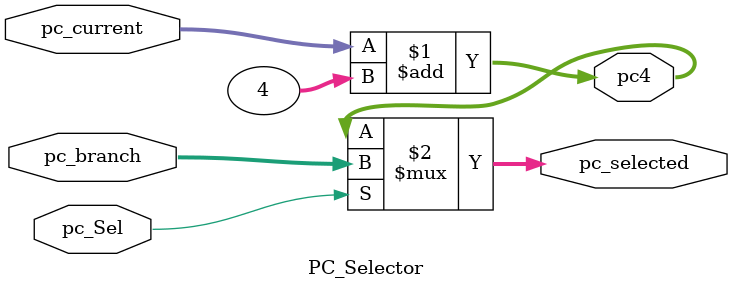
<source format=v>
`include "define.v"
module PC_Selector(
    input  wire [31:0] pc_current,
    input  wire [31:0] pc_branch,
    input  wire        pc_Sel,    
    output wire [31:0] pc_selected,
    output wire [31:0] pc4
    );

    assign pc4=pc_current+4;

    assign pc_selected = (pc_Sel)?pc_branch:pc4;

endmodule

</source>
